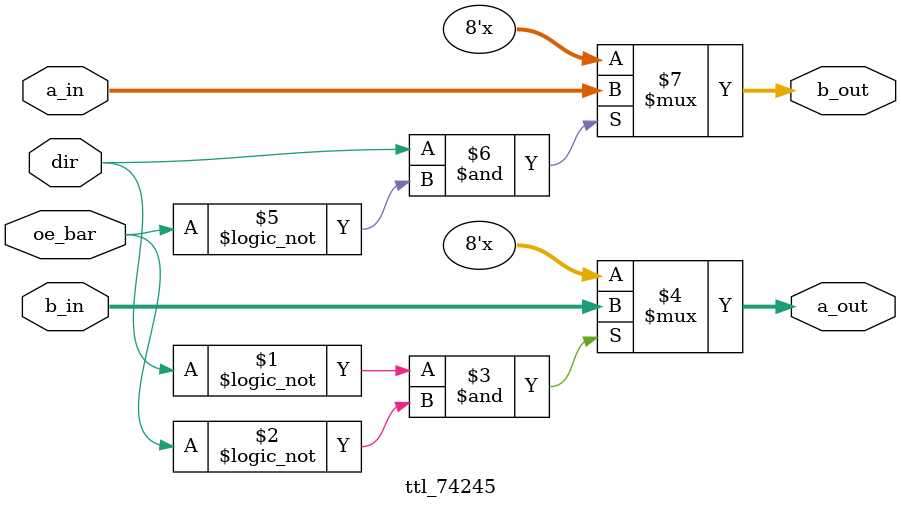
<source format=v>
module ttl_74245(
    input  dir,
    input  oe_bar,
    input  [7:0]a_in,
    input  [7:0]b_in,
    output [7:0]a_out,
    output [7:0]b_out
);
    assign a_out = !dir & !oe_bar ? b_in : 8'bz;
    assign b_out =  dir & !oe_bar ? a_in : 8'bz;
endmodule

</source>
